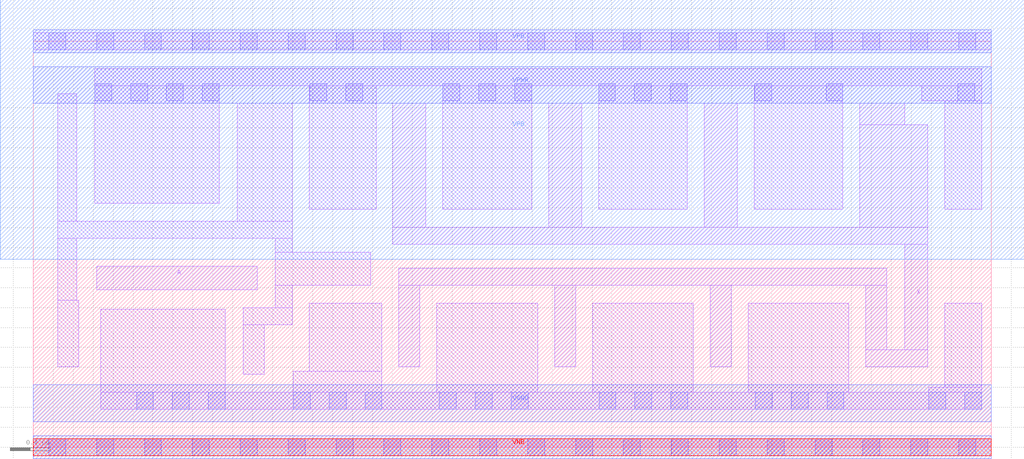
<source format=lef>
# Copyright 2020 The SkyWater PDK Authors
#
# Licensed under the Apache License, Version 2.0 (the "License");
# you may not use this file except in compliance with the License.
# You may obtain a copy of the License at
#
#     https://www.apache.org/licenses/LICENSE-2.0
#
# Unless required by applicable law or agreed to in writing, software
# distributed under the License is distributed on an "AS IS" BASIS,
# WITHOUT WARRANTIES OR CONDITIONS OF ANY KIND, either express or implied.
# See the License for the specific language governing permissions and
# limitations under the License.
#
# SPDX-License-Identifier: Apache-2.0

VERSION 5.7 ;
  NOWIREEXTENSIONATPIN ON ;
  DIVIDERCHAR "/" ;
  BUSBITCHARS "[]" ;
MACRO sky130_fd_sc_hvl__buf_8
  CLASS CORE ;
  FOREIGN sky130_fd_sc_hvl__buf_8 ;
  ORIGIN  0.000000  0.000000 ;
  SIZE  9.600000 BY  4.070000 ;
  SYMMETRY X Y ;
  SITE unithv ;
  PIN A
    ANTENNAGATEAREA  3.375000 ;
    DIRECTION INPUT ;
    USE SIGNAL ;
    PORT
      LAYER li1 ;
        RECT 0.635000 1.580000 2.245000 1.815000 ;
    END
  END A
  PIN X
    ANTENNADIFFAREA  2.520000 ;
    DIRECTION OUTPUT ;
    USE SIGNAL ;
    PORT
      LAYER li1 ;
        RECT 3.605000 2.035000 8.965000 2.205000 ;
        RECT 3.605000 2.205000 3.935000 3.445000 ;
        RECT 3.665000 0.805000 3.875000 1.625000 ;
        RECT 3.665000 1.625000 8.555000 1.795000 ;
        RECT 5.165000 2.205000 5.495000 3.445000 ;
        RECT 5.225000 0.805000 5.435000 1.625000 ;
        RECT 6.725000 2.205000 7.055000 3.445000 ;
        RECT 6.785000 0.805000 6.995000 1.625000 ;
        RECT 8.285000 2.205000 8.965000 3.230000 ;
        RECT 8.285000 3.230000 8.735000 3.445000 ;
        RECT 8.345000 0.805000 8.965000 0.975000 ;
        RECT 8.345000 0.975000 8.555000 1.625000 ;
        RECT 8.735000 0.975000 8.965000 2.035000 ;
    END
  END X
  PIN VGND
    DIRECTION INOUT ;
    USE GROUND ;
    PORT
      LAYER met1 ;
        RECT 0.000000 0.255000 9.600000 0.625000 ;
    END
  END VGND
  PIN VNB
    DIRECTION INOUT ;
    USE GROUND ;
    PORT
      LAYER met1 ;
        RECT 0.000000 -0.115000 9.600000 0.115000 ;
      LAYER pwell ;
        RECT 0.000000 -0.085000 9.600000 0.085000 ;
    END
  END VNB
  PIN VPB
    DIRECTION INOUT ;
    USE POWER ;
    PORT
      LAYER met1 ;
        RECT 0.000000 3.955000 9.600000 4.185000 ;
      LAYER nwell ;
        RECT -0.330000 1.885000 9.930000 4.485000 ;
    END
  END VPB
  PIN VPWR
    DIRECTION INOUT ;
    USE POWER ;
    PORT
      LAYER met1 ;
        RECT 0.000000 3.445000 9.600000 3.815000 ;
    END
  END VPWR
  OBS
    LAYER li1 ;
      RECT 0.000000 -0.085000 9.600000 0.085000 ;
      RECT 0.000000  3.985000 9.600000 4.155000 ;
      RECT 0.245000  0.805000 0.455000 1.475000 ;
      RECT 0.245000  1.475000 0.435000 2.095000 ;
      RECT 0.245000  2.095000 2.595000 2.265000 ;
      RECT 0.245000  2.265000 0.435000 3.545000 ;
      RECT 0.615000  2.445000 1.865000 3.625000 ;
      RECT 0.615000  3.625000 9.505000 3.795000 ;
      RECT 0.675000  0.380000 9.505000 0.550000 ;
      RECT 0.675000  0.550000 1.925000 1.385000 ;
      RECT 2.045000  2.265000 2.595000 3.445000 ;
      RECT 2.105000  0.730000 2.315000 1.230000 ;
      RECT 2.105000  1.230000 2.595000 1.400000 ;
      RECT 2.425000  1.400000 2.595000 1.625000 ;
      RECT 2.425000  1.625000 3.380000 1.955000 ;
      RECT 2.425000  1.955000 2.595000 2.095000 ;
      RECT 2.605000  0.550000 3.495000 0.760000 ;
      RECT 2.765000  0.760000 3.495000 1.445000 ;
      RECT 2.765000  2.385000 3.435000 3.625000 ;
      RECT 4.045000  0.550000 5.055000 1.445000 ;
      RECT 4.105000  2.385000 4.995000 3.625000 ;
      RECT 5.605000  0.550000 6.615000 1.445000 ;
      RECT 5.665000  2.385000 6.555000 3.625000 ;
      RECT 7.165000  0.550000 8.175000 1.445000 ;
      RECT 7.225000  2.385000 8.115000 3.625000 ;
      RECT 8.905000  3.475000 9.505000 3.625000 ;
      RECT 8.975000  0.550000 9.505000 0.600000 ;
      RECT 9.135000  0.600000 9.505000 1.445000 ;
      RECT 9.135000  2.385000 9.505000 3.475000 ;
    LAYER mcon ;
      RECT 0.155000 -0.085000 0.325000 0.085000 ;
      RECT 0.155000  3.985000 0.325000 4.155000 ;
      RECT 0.615000  3.475000 0.785000 3.645000 ;
      RECT 0.635000 -0.085000 0.805000 0.085000 ;
      RECT 0.635000  3.985000 0.805000 4.155000 ;
      RECT 0.975000  3.475000 1.145000 3.645000 ;
      RECT 1.035000  0.380000 1.205000 0.550000 ;
      RECT 1.115000 -0.085000 1.285000 0.085000 ;
      RECT 1.115000  3.985000 1.285000 4.155000 ;
      RECT 1.335000  3.475000 1.505000 3.645000 ;
      RECT 1.395000  0.380000 1.565000 0.550000 ;
      RECT 1.595000 -0.085000 1.765000 0.085000 ;
      RECT 1.595000  3.985000 1.765000 4.155000 ;
      RECT 1.695000  3.475000 1.865000 3.645000 ;
      RECT 1.755000  0.380000 1.925000 0.550000 ;
      RECT 2.075000 -0.085000 2.245000 0.085000 ;
      RECT 2.075000  3.985000 2.245000 4.155000 ;
      RECT 2.555000 -0.085000 2.725000 0.085000 ;
      RECT 2.555000  3.985000 2.725000 4.155000 ;
      RECT 2.605000  0.380000 2.775000 0.550000 ;
      RECT 2.770000  3.475000 2.940000 3.645000 ;
      RECT 2.965000  0.380000 3.135000 0.550000 ;
      RECT 3.035000 -0.085000 3.205000 0.085000 ;
      RECT 3.035000  3.985000 3.205000 4.155000 ;
      RECT 3.130000  3.475000 3.300000 3.645000 ;
      RECT 3.325000  0.380000 3.495000 0.550000 ;
      RECT 3.515000 -0.085000 3.685000 0.085000 ;
      RECT 3.515000  3.985000 3.685000 4.155000 ;
      RECT 3.995000 -0.085000 4.165000 0.085000 ;
      RECT 3.995000  3.985000 4.165000 4.155000 ;
      RECT 4.070000  0.380000 4.240000 0.550000 ;
      RECT 4.105000  3.475000 4.275000 3.645000 ;
      RECT 4.430000  0.380000 4.600000 0.550000 ;
      RECT 4.465000  3.475000 4.635000 3.645000 ;
      RECT 4.475000 -0.085000 4.645000 0.085000 ;
      RECT 4.475000  3.985000 4.645000 4.155000 ;
      RECT 4.790000  0.380000 4.960000 0.550000 ;
      RECT 4.825000  3.475000 4.995000 3.645000 ;
      RECT 4.955000 -0.085000 5.125000 0.085000 ;
      RECT 4.955000  3.985000 5.125000 4.155000 ;
      RECT 5.435000 -0.085000 5.605000 0.085000 ;
      RECT 5.435000  3.985000 5.605000 4.155000 ;
      RECT 5.665000  3.475000 5.835000 3.645000 ;
      RECT 5.670000  0.380000 5.840000 0.550000 ;
      RECT 5.915000 -0.085000 6.085000 0.085000 ;
      RECT 5.915000  3.985000 6.085000 4.155000 ;
      RECT 6.025000  3.475000 6.195000 3.645000 ;
      RECT 6.030000  0.380000 6.200000 0.550000 ;
      RECT 6.385000  3.475000 6.555000 3.645000 ;
      RECT 6.390000  0.380000 6.560000 0.550000 ;
      RECT 6.395000 -0.085000 6.565000 0.085000 ;
      RECT 6.395000  3.985000 6.565000 4.155000 ;
      RECT 6.875000 -0.085000 7.045000 0.085000 ;
      RECT 6.875000  3.985000 7.045000 4.155000 ;
      RECT 7.230000  3.475000 7.400000 3.645000 ;
      RECT 7.235000  0.380000 7.405000 0.550000 ;
      RECT 7.355000 -0.085000 7.525000 0.085000 ;
      RECT 7.355000  3.985000 7.525000 4.155000 ;
      RECT 7.595000  0.380000 7.765000 0.550000 ;
      RECT 7.835000 -0.085000 8.005000 0.085000 ;
      RECT 7.835000  3.985000 8.005000 4.155000 ;
      RECT 7.945000  3.475000 8.115000 3.645000 ;
      RECT 7.955000  0.380000 8.125000 0.550000 ;
      RECT 8.315000 -0.085000 8.485000 0.085000 ;
      RECT 8.315000  3.985000 8.485000 4.155000 ;
      RECT 8.795000 -0.085000 8.965000 0.085000 ;
      RECT 8.795000  3.985000 8.965000 4.155000 ;
      RECT 8.975000  0.380000 9.145000 0.550000 ;
      RECT 9.265000  3.475000 9.435000 3.645000 ;
      RECT 9.275000 -0.085000 9.445000 0.085000 ;
      RECT 9.275000  3.985000 9.445000 4.155000 ;
      RECT 9.335000  0.380000 9.505000 0.550000 ;
  END
END sky130_fd_sc_hvl__buf_8
END LIBRARY

</source>
